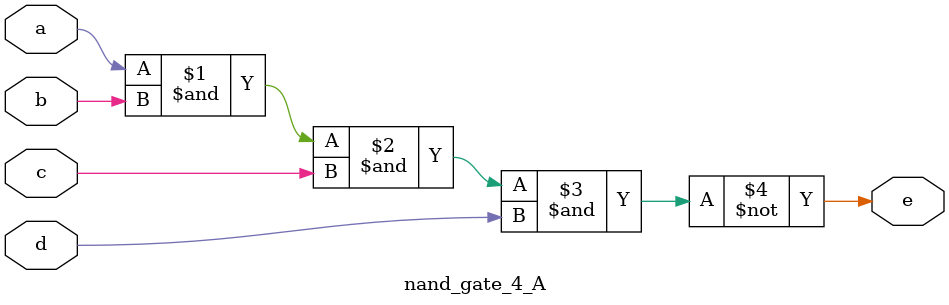
<source format=v>
`timescale 1ns / 1ps

module nand_gate_4_A(a, b, c, d, e);
    input a, b, c, d;
    output e;

    assign e=~(a&b&c&d);
endmodule

</source>
